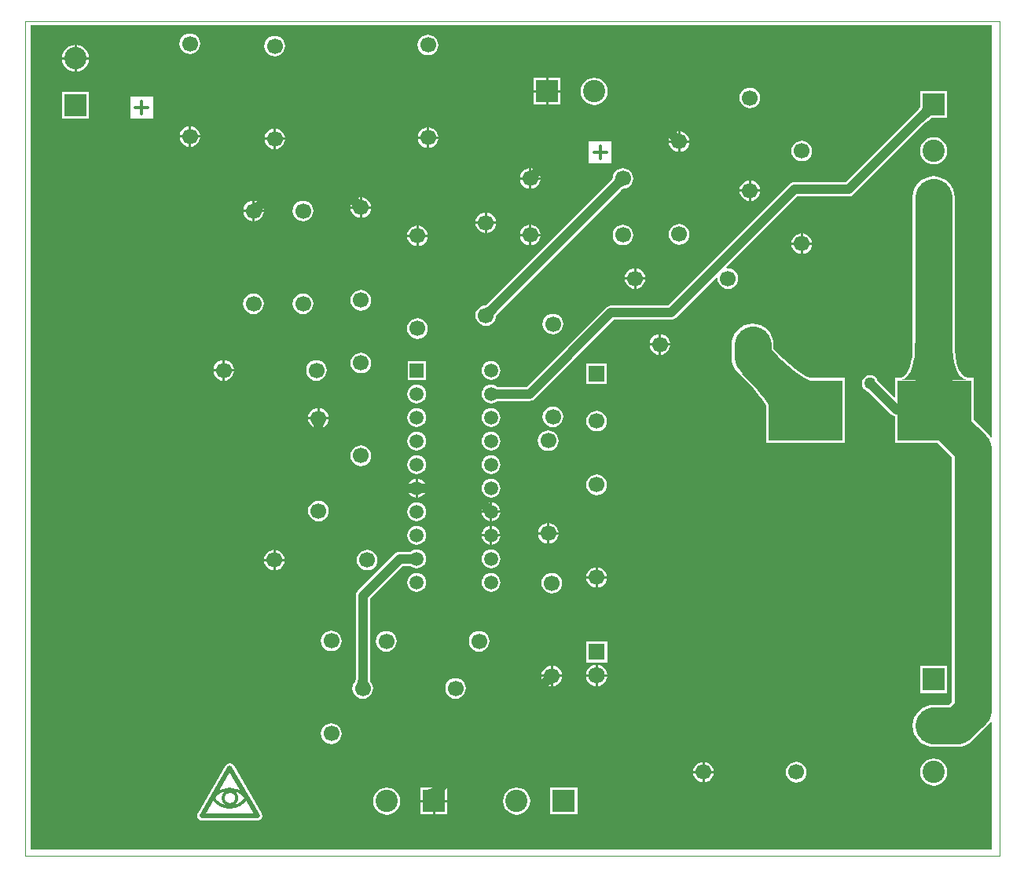
<source format=gtl>
G04 Layer_Physical_Order=1*
G04 Layer_Color=6759642*
%FSLAX44Y44*%
%MOMM*%
G71*
G01*
G75*
%ADD10C,0.3000*%
%ADD11R,8.0000X6.5000*%
%ADD12C,0.5000*%
%ADD13C,1.0000*%
%ADD14C,4.0000*%
%ADD15C,0.1000*%
%ADD16C,1.5000*%
%ADD17R,1.5000X1.5000*%
%ADD18R,2.4000X2.4000*%
%ADD19C,2.4000*%
%ADD20R,2.4000X2.4000*%
%ADD21C,1.7000*%
%ADD22R,1.7000X1.7000*%
%ADD23C,1.8000*%
%ADD24R,1.8000X1.8000*%
%ADD25C,1.2700*%
G36*
X966934Y465164D02*
X964125Y467223D01*
X958508Y470691D01*
X955700Y472099D01*
X952893Y473291D01*
X950085Y474266D01*
X947278Y475025D01*
X944472Y475567D01*
X941666Y475892D01*
X938860Y476000D01*
Y486000D01*
X941666Y486108D01*
X944472Y486433D01*
X947278Y486975D01*
X950085Y487734D01*
X952893Y488709D01*
X955700Y489901D01*
X958508Y491309D01*
X961316Y492935D01*
X964125Y494777D01*
X966934Y496836D01*
Y465164D01*
D02*
G37*
G36*
X1041400Y451483D02*
X1040168Y451174D01*
X1039912Y451653D01*
X1037095Y455085D01*
X1037095Y455085D01*
X1022630Y469551D01*
Y515100D01*
X1019437D01*
X1019421Y515105D01*
X1015924Y515473D01*
X1013117Y516464D01*
X1010640Y518115D01*
X1008424Y520501D01*
X1006468Y523703D01*
X1004809Y527760D01*
X1003484Y532680D01*
X1002521Y538457D01*
X1001937Y545077D01*
X1001799Y550310D01*
Y710000D01*
X1001364Y714419D01*
X1000075Y718667D01*
X997982Y722583D01*
X995165Y726015D01*
X991733Y728832D01*
X987817Y730925D01*
X983569Y732214D01*
X979150Y732649D01*
X974731Y732214D01*
X970483Y730925D01*
X966567Y728832D01*
X963135Y726015D01*
X960318Y722583D01*
X958225Y718667D01*
X956936Y714419D01*
X956501Y710000D01*
Y550193D01*
X956373Y545071D01*
X955816Y538441D01*
X954899Y532655D01*
X953635Y527723D01*
X952052Y523657D01*
X950189Y520452D01*
X948088Y518074D01*
X945758Y516442D01*
X943134Y515468D01*
X939836Y515104D01*
X939824Y515100D01*
X937550D01*
Y512626D01*
X937531Y512529D01*
X937550Y512433D01*
Y512286D01*
X937546Y512245D01*
X937550Y512233D01*
Y494725D01*
X936377Y494239D01*
X919286Y511330D01*
X919251Y511591D01*
X918355Y513753D01*
X916930Y515610D01*
X915073Y517035D01*
X912911Y517931D01*
X910590Y518237D01*
X908269Y517931D01*
X906107Y517035D01*
X904250Y515610D01*
X902825Y513753D01*
X901929Y511591D01*
X901623Y509270D01*
X901929Y506949D01*
X902825Y504787D01*
X904250Y502930D01*
X906107Y501505D01*
X908269Y500609D01*
X908530Y500574D01*
X933482Y475622D01*
X935058Y474414D01*
X936892Y473654D01*
X937550Y473567D01*
Y445020D01*
X983099D01*
X998431Y429688D01*
Y165592D01*
X995488Y162649D01*
X979150D01*
X974731Y162214D01*
X970483Y160925D01*
X966567Y158832D01*
X963135Y156015D01*
X960318Y152583D01*
X958225Y148667D01*
X956936Y144419D01*
X956501Y140000D01*
X956936Y135581D01*
X958225Y131333D01*
X960318Y127417D01*
X963135Y123985D01*
X966567Y121168D01*
X970483Y119075D01*
X974731Y117786D01*
X979150Y117351D01*
X1004870D01*
X1004870Y117351D01*
X1009289Y117786D01*
X1013537Y119075D01*
X1017453Y121168D01*
X1020885Y123985D01*
X1037095Y140195D01*
X1037095Y140195D01*
X1039912Y143627D01*
X1040168Y144106D01*
X1041400Y143797D01*
Y6350D01*
X6350D01*
Y895350D01*
X1041400D01*
Y451483D01*
D02*
G37*
G36*
X999350Y544930D02*
X999950Y538130D01*
X1000950Y532130D01*
X1002350Y526930D01*
X1004150Y522529D01*
X1006350Y518929D01*
X1008950Y516129D01*
X1011950Y514129D01*
X1015350Y512929D01*
X1019150Y512529D01*
X940120D01*
X943736Y512929D01*
X946971Y514129D01*
X949826Y516129D01*
X952299Y518929D01*
X954393Y522529D01*
X956105Y526930D01*
X957437Y532130D01*
X958389Y538130D01*
X958960Y544930D01*
X959150Y552529D01*
X999150D01*
X999350Y544930D01*
D02*
G37*
%LPC*%
G36*
X501010Y377145D02*
X495975Y372110D01*
X501010D01*
Y377145D01*
D02*
G37*
G36*
Y380799D02*
X499667Y380623D01*
X501010Y379415D01*
Y380799D01*
D02*
G37*
G36*
X503550D02*
Y372110D01*
X512239D01*
X512062Y373461D01*
X511050Y375903D01*
X509441Y378001D01*
X507343Y379610D01*
X504901Y380622D01*
X503550Y380799D01*
D02*
G37*
G36*
X495341Y378171D02*
X495119Y378001D01*
X494949Y377779D01*
X495341Y378171D01*
D02*
G37*
G36*
X421010Y394970D02*
X416924D01*
Y390990D01*
X416833Y391037D01*
X416656Y391080D01*
X416395Y391118D01*
X415618Y391177D01*
X413489Y391227D01*
X413510Y391177D01*
X415119Y389079D01*
X417217Y387470D01*
X419659Y386458D01*
X421010Y386281D01*
Y394970D01*
D02*
G37*
G36*
Y406199D02*
X419659Y406022D01*
X417217Y405010D01*
X415119Y403401D01*
X413515Y401310D01*
X416924Y401490D01*
Y397510D01*
X421010D01*
Y406199D01*
D02*
G37*
G36*
X423550D02*
Y397510D01*
X427636D01*
Y401490D01*
X427728Y401442D01*
X427904Y401400D01*
X428165Y401362D01*
X428942Y401302D01*
X431071Y401253D01*
X431050Y401303D01*
X429441Y403401D01*
X427343Y405010D01*
X424901Y406022D01*
X423550Y406199D01*
D02*
G37*
G36*
X502280Y406367D02*
X499659Y406022D01*
X497217Y405010D01*
X495119Y403401D01*
X493510Y401303D01*
X492498Y398861D01*
X492153Y396240D01*
X492498Y393619D01*
X493510Y391177D01*
X495119Y389079D01*
X497217Y387470D01*
X499659Y386458D01*
X502280Y386113D01*
X504901Y386458D01*
X507343Y387470D01*
X509441Y389079D01*
X511050Y391177D01*
X512062Y393619D01*
X512407Y396240D01*
X512062Y398861D01*
X511050Y401303D01*
X509441Y403401D01*
X507343Y405010D01*
X504901Y406022D01*
X502280Y406367D01*
D02*
G37*
G36*
X427636Y394970D02*
X423550D01*
Y386281D01*
X424901Y386458D01*
X427343Y387470D01*
X429441Y389079D01*
X431045Y391170D01*
X427636Y390990D01*
Y394970D01*
D02*
G37*
G36*
X615950Y411135D02*
X613068Y410756D01*
X610382Y409643D01*
X608076Y407874D01*
X606307Y405568D01*
X605194Y402882D01*
X604815Y400000D01*
X605194Y397118D01*
X606307Y394432D01*
X608076Y392126D01*
X610382Y390357D01*
X613068Y389244D01*
X615950Y388865D01*
X618832Y389244D01*
X621518Y390357D01*
X623824Y392126D01*
X625593Y394432D01*
X626706Y397118D01*
X627085Y400000D01*
X626706Y402882D01*
X625593Y405568D01*
X623824Y407874D01*
X621518Y409643D01*
X618832Y410756D01*
X615950Y411135D01*
D02*
G37*
G36*
X492519Y373511D02*
X492498Y373461D01*
X492321Y372110D01*
X493857D01*
X492519Y373511D01*
D02*
G37*
G36*
X501010Y355399D02*
X499659Y355222D01*
X497217Y354210D01*
X495119Y352601D01*
X493510Y350503D01*
X492498Y348061D01*
X492321Y346710D01*
X501010D01*
Y355399D01*
D02*
G37*
G36*
X503550D02*
Y346710D01*
X512239D01*
X512062Y348061D01*
X511050Y350503D01*
X509441Y352601D01*
X507343Y354210D01*
X504901Y355222D01*
X503550Y355399D01*
D02*
G37*
G36*
X574848Y346240D02*
X565150D01*
Y336542D01*
X566762Y336754D01*
X569448Y337867D01*
X571754Y339636D01*
X573523Y341942D01*
X574636Y344628D01*
X574848Y346240D01*
D02*
G37*
G36*
X512239Y344170D02*
X503550D01*
Y335481D01*
X504901Y335658D01*
X507343Y336670D01*
X509441Y338279D01*
X511050Y340377D01*
X512062Y342819D01*
X512239Y344170D01*
D02*
G37*
G36*
X562610Y346240D02*
X552912D01*
X553124Y344628D01*
X554237Y341942D01*
X556006Y339636D01*
X558312Y337867D01*
X560998Y336754D01*
X562610Y336542D01*
Y346240D01*
D02*
G37*
G36*
Y358478D02*
X560998Y358266D01*
X558312Y357153D01*
X556006Y355384D01*
X554237Y353078D01*
X553124Y350392D01*
X552912Y348780D01*
X562610D01*
Y358478D01*
D02*
G37*
G36*
X501010Y369570D02*
X492321D01*
X492498Y368219D01*
X493510Y365777D01*
X495119Y363679D01*
X497217Y362070D01*
X499659Y361058D01*
X501010Y360881D01*
Y369570D01*
D02*
G37*
G36*
X512239D02*
X503550D01*
Y360881D01*
X504901Y361058D01*
X507343Y362070D01*
X509441Y363679D01*
X511050Y365777D01*
X512062Y368219D01*
X512239Y369570D01*
D02*
G37*
G36*
X422280Y380967D02*
X419659Y380622D01*
X417217Y379610D01*
X415119Y378001D01*
X413510Y375903D01*
X412498Y373461D01*
X412153Y370840D01*
X412498Y368219D01*
X413510Y365777D01*
X415119Y363679D01*
X417217Y362070D01*
X419659Y361058D01*
X422280Y360713D01*
X424901Y361058D01*
X427343Y362070D01*
X429441Y363679D01*
X431050Y365777D01*
X432062Y368219D01*
X432407Y370840D01*
X432062Y373461D01*
X431050Y375903D01*
X429441Y378001D01*
X427343Y379610D01*
X424901Y380622D01*
X422280Y380967D01*
D02*
G37*
G36*
X565150Y358478D02*
Y348780D01*
X574848D01*
X574636Y350392D01*
X573523Y353078D01*
X571754Y355384D01*
X569448Y357153D01*
X566762Y358266D01*
X565150Y358478D01*
D02*
G37*
G36*
X316230Y382775D02*
X313348Y382396D01*
X310662Y381283D01*
X308356Y379514D01*
X306587Y377208D01*
X305474Y374522D01*
X305095Y371640D01*
X305474Y368758D01*
X306587Y366072D01*
X308356Y363766D01*
X310662Y361997D01*
X313348Y360884D01*
X316230Y360505D01*
X319112Y360884D01*
X321798Y361997D01*
X324104Y363766D01*
X325873Y366072D01*
X326986Y368758D01*
X327365Y371640D01*
X326986Y374522D01*
X325873Y377208D01*
X324104Y379514D01*
X321798Y381283D01*
X319112Y382396D01*
X316230Y382775D01*
D02*
G37*
G36*
X317500Y482608D02*
Y472910D01*
X327198D01*
X326986Y474522D01*
X325873Y477208D01*
X324104Y479514D01*
X321798Y481283D01*
X319112Y482396D01*
X317500Y482608D01*
D02*
G37*
G36*
X422280Y507967D02*
X419659Y507622D01*
X417217Y506610D01*
X415119Y505001D01*
X413510Y502903D01*
X412498Y500461D01*
X412153Y497840D01*
X412498Y495219D01*
X413510Y492777D01*
X415119Y490679D01*
X417217Y489070D01*
X419659Y488058D01*
X422280Y487713D01*
X424901Y488058D01*
X427343Y489070D01*
X429441Y490679D01*
X431050Y492777D01*
X432062Y495219D01*
X432407Y497840D01*
X432062Y500461D01*
X431050Y502903D01*
X429441Y505001D01*
X427343Y506610D01*
X424901Y507622D01*
X422280Y507967D01*
D02*
G37*
G36*
X314960Y482608D02*
X313348Y482396D01*
X310662Y481283D01*
X308356Y479514D01*
X306587Y477208D01*
X305474Y474522D01*
X305262Y472910D01*
X314960D01*
Y482608D01*
D02*
G37*
G36*
X422280Y482567D02*
X419659Y482222D01*
X417217Y481210D01*
X415119Y479601D01*
X413510Y477503D01*
X412498Y475061D01*
X412153Y472440D01*
X412498Y469819D01*
X413510Y467377D01*
X415119Y465279D01*
X417217Y463670D01*
X419659Y462658D01*
X422280Y462313D01*
X424901Y462658D01*
X427343Y463670D01*
X429441Y465279D01*
X431050Y467377D01*
X432062Y469819D01*
X432407Y472440D01*
X432062Y475061D01*
X431050Y477503D01*
X429441Y479601D01*
X427343Y481210D01*
X424901Y482222D01*
X422280Y482567D01*
D02*
G37*
G36*
X502280D02*
X499659Y482222D01*
X497217Y481210D01*
X495119Y479601D01*
X493510Y477503D01*
X492498Y475061D01*
X492153Y472440D01*
X492498Y469819D01*
X493510Y467377D01*
X495119Y465279D01*
X497217Y463670D01*
X499659Y462658D01*
X502280Y462313D01*
X504901Y462658D01*
X507343Y463670D01*
X509441Y465279D01*
X511050Y467377D01*
X512062Y469819D01*
X512407Y472440D01*
X512062Y475061D01*
X511050Y477503D01*
X509441Y479601D01*
X507343Y481210D01*
X504901Y482222D01*
X502280Y482567D01*
D02*
G37*
G36*
X626990Y530470D02*
X604910D01*
Y508390D01*
X626990D01*
Y530470D01*
D02*
G37*
G36*
X502280Y533367D02*
X499659Y533022D01*
X497217Y532010D01*
X495119Y530401D01*
X493510Y528303D01*
X492498Y525861D01*
X492153Y523240D01*
X492498Y520619D01*
X493510Y518177D01*
X495119Y516079D01*
X497217Y514470D01*
X499659Y513458D01*
X502280Y513113D01*
X504901Y513458D01*
X507343Y514470D01*
X509441Y516079D01*
X511050Y518177D01*
X512062Y520619D01*
X512407Y523240D01*
X512062Y525861D01*
X511050Y528303D01*
X509441Y530401D01*
X507343Y532010D01*
X504901Y533022D01*
X502280Y533367D01*
D02*
G37*
G36*
X432320Y533280D02*
X412240D01*
Y513200D01*
X432320D01*
Y533280D01*
D02*
G37*
G36*
X225128Y521970D02*
X215430D01*
Y512272D01*
X217042Y512484D01*
X219728Y513597D01*
X222034Y515366D01*
X223803Y517672D01*
X224916Y520358D01*
X225128Y521970D01*
D02*
G37*
G36*
X314160Y534375D02*
X311278Y533996D01*
X308592Y532883D01*
X306286Y531114D01*
X304517Y528808D01*
X303404Y526122D01*
X303025Y523240D01*
X303404Y520358D01*
X304517Y517672D01*
X306286Y515366D01*
X308592Y513597D01*
X311278Y512484D01*
X314160Y512105D01*
X317042Y512484D01*
X319728Y513597D01*
X322034Y515366D01*
X323803Y517672D01*
X324916Y520358D01*
X325295Y523240D01*
X324916Y526122D01*
X323803Y528808D01*
X322034Y531114D01*
X319728Y532883D01*
X317042Y533996D01*
X314160Y534375D01*
D02*
G37*
G36*
X212890Y521970D02*
X203192D01*
X203404Y520358D01*
X204517Y517672D01*
X206286Y515366D01*
X208592Y513597D01*
X211278Y512484D01*
X212890Y512272D01*
Y521970D01*
D02*
G37*
G36*
X563880Y458645D02*
X560998Y458266D01*
X558312Y457153D01*
X556006Y455384D01*
X554237Y453078D01*
X553124Y450392D01*
X552745Y447510D01*
X553124Y444628D01*
X554237Y441942D01*
X556006Y439636D01*
X558312Y437867D01*
X560998Y436754D01*
X563880Y436375D01*
X566762Y436754D01*
X569448Y437867D01*
X571754Y439636D01*
X573523Y441942D01*
X574636Y444628D01*
X575015Y447510D01*
X574636Y450392D01*
X573523Y453078D01*
X571754Y455384D01*
X569448Y457153D01*
X566762Y458266D01*
X563880Y458645D01*
D02*
G37*
G36*
X422280Y457167D02*
X419659Y456822D01*
X417217Y455810D01*
X415119Y454201D01*
X413510Y452103D01*
X412498Y449661D01*
X412153Y447040D01*
X412498Y444419D01*
X413510Y441977D01*
X415119Y439879D01*
X417217Y438270D01*
X419659Y437258D01*
X422280Y436913D01*
X424901Y437258D01*
X427343Y438270D01*
X429441Y439879D01*
X431050Y441977D01*
X432062Y444419D01*
X432407Y447040D01*
X432062Y449661D01*
X431050Y452103D01*
X429441Y454201D01*
X427343Y455810D01*
X424901Y456822D01*
X422280Y457167D01*
D02*
G37*
G36*
X361950Y442465D02*
X359068Y442086D01*
X356382Y440973D01*
X354076Y439204D01*
X352307Y436898D01*
X351194Y434212D01*
X350815Y431330D01*
X351194Y428448D01*
X352307Y425762D01*
X354076Y423456D01*
X356382Y421687D01*
X359068Y420574D01*
X361950Y420195D01*
X364832Y420574D01*
X367518Y421687D01*
X369824Y423456D01*
X371593Y425762D01*
X372706Y428448D01*
X373085Y431330D01*
X372706Y434212D01*
X371593Y436898D01*
X369824Y439204D01*
X367518Y440973D01*
X364832Y442086D01*
X361950Y442465D01*
D02*
G37*
G36*
X422280Y431767D02*
X419659Y431422D01*
X417217Y430410D01*
X415119Y428801D01*
X413510Y426703D01*
X412498Y424261D01*
X412153Y421640D01*
X412498Y419019D01*
X413510Y416577D01*
X415119Y414479D01*
X417217Y412870D01*
X419659Y411858D01*
X422280Y411513D01*
X424901Y411858D01*
X427343Y412870D01*
X429441Y414479D01*
X431050Y416577D01*
X432062Y419019D01*
X432407Y421640D01*
X432062Y424261D01*
X431050Y426703D01*
X429441Y428801D01*
X427343Y430410D01*
X424901Y431422D01*
X422280Y431767D01*
D02*
G37*
G36*
X502280D02*
X499659Y431422D01*
X497217Y430410D01*
X495119Y428801D01*
X493510Y426703D01*
X492498Y424261D01*
X492153Y421640D01*
X492498Y419019D01*
X493510Y416577D01*
X495119Y414479D01*
X497217Y412870D01*
X499659Y411858D01*
X502280Y411513D01*
X504901Y411858D01*
X507343Y412870D01*
X509441Y414479D01*
X511050Y416577D01*
X512062Y419019D01*
X512407Y421640D01*
X512062Y424261D01*
X511050Y426703D01*
X509441Y428801D01*
X507343Y430410D01*
X504901Y431422D01*
X502280Y431767D01*
D02*
G37*
G36*
Y457167D02*
X499659Y456822D01*
X497217Y455810D01*
X495119Y454201D01*
X493510Y452103D01*
X492498Y449661D01*
X492153Y447040D01*
X492498Y444419D01*
X493510Y441977D01*
X495119Y439879D01*
X497217Y438270D01*
X499659Y437258D01*
X502280Y436913D01*
X504901Y437258D01*
X507343Y438270D01*
X509441Y439879D01*
X511050Y441977D01*
X512062Y444419D01*
X512407Y447040D01*
X512062Y449661D01*
X511050Y452103D01*
X509441Y454201D01*
X507343Y455810D01*
X504901Y456822D01*
X502280Y457167D01*
D02*
G37*
G36*
X314960Y470370D02*
X305262D01*
X305474Y468758D01*
X306587Y466072D01*
X308356Y463766D01*
X310662Y461997D01*
X311131Y461802D01*
X310993Y463628D01*
X310888Y464178D01*
X310765Y464647D01*
X310622Y465036D01*
X310460Y465343D01*
X310280Y465570D01*
X314960D01*
Y470370D01*
D02*
G37*
G36*
X568960Y484375D02*
X566078Y483996D01*
X563392Y482883D01*
X561086Y481114D01*
X559317Y478808D01*
X558204Y476122D01*
X557825Y473240D01*
X558204Y470358D01*
X559317Y467672D01*
X561086Y465366D01*
X563392Y463597D01*
X566078Y462484D01*
X568960Y462105D01*
X571842Y462484D01*
X574528Y463597D01*
X576834Y465366D01*
X578603Y467672D01*
X579716Y470358D01*
X580095Y473240D01*
X579716Y476122D01*
X578603Y478808D01*
X576834Y481114D01*
X574528Y482883D01*
X571842Y483996D01*
X568960Y484375D01*
D02*
G37*
G36*
X327198Y470370D02*
X317500D01*
Y465570D01*
X322180D01*
X322000Y465343D01*
X321838Y465036D01*
X321696Y464647D01*
X321572Y464178D01*
X321468Y463628D01*
X321382Y462998D01*
X321290Y461786D01*
X321798Y461997D01*
X324104Y463766D01*
X325873Y466072D01*
X326986Y468758D01*
X327198Y470370D01*
D02*
G37*
G36*
X784060Y573829D02*
X779641Y573394D01*
X775393Y572105D01*
X771477Y570012D01*
X768045Y567195D01*
X765228Y563763D01*
X763135Y559847D01*
X761846Y555599D01*
X761411Y551180D01*
Y537090D01*
X761411Y537090D01*
X761846Y532671D01*
X763135Y528423D01*
X765228Y524507D01*
X768045Y521075D01*
X772390Y516729D01*
X784926Y503448D01*
X790276Y497074D01*
X794574Y491351D01*
X797800Y486320D01*
X798550Y484824D01*
Y470886D01*
X798534Y470777D01*
X798550Y470714D01*
Y445020D01*
X883630D01*
Y515100D01*
X857678D01*
X857574Y515114D01*
X857522Y515100D01*
X845438D01*
X845135Y515205D01*
X840742Y517439D01*
X835763Y520609D01*
X830253Y524701D01*
X817545Y535758D01*
X813325Y539856D01*
X806709Y546472D01*
Y551180D01*
X806274Y555599D01*
X804985Y559847D01*
X802892Y563763D01*
X800075Y567195D01*
X796643Y570012D01*
X792727Y572105D01*
X788479Y573394D01*
X784060Y573829D01*
D02*
G37*
G36*
X615950Y479765D02*
X613068Y479386D01*
X610382Y478273D01*
X608076Y476504D01*
X606307Y474198D01*
X605194Y471512D01*
X604815Y468630D01*
X605194Y465748D01*
X606307Y463062D01*
X608076Y460756D01*
X610382Y458987D01*
X613068Y457874D01*
X615950Y457495D01*
X618832Y457874D01*
X621518Y458987D01*
X623824Y460756D01*
X625593Y463062D01*
X626706Y465748D01*
X627085Y468630D01*
X626706Y471512D01*
X625593Y474198D01*
X623824Y476504D01*
X621518Y478273D01*
X618832Y479386D01*
X615950Y479765D01*
D02*
G37*
G36*
X464020Y191475D02*
X461138Y191096D01*
X458452Y189983D01*
X456146Y188214D01*
X454377Y185908D01*
X453264Y183222D01*
X452885Y180340D01*
X453264Y177458D01*
X454377Y174772D01*
X456146Y172466D01*
X458452Y170697D01*
X461138Y169584D01*
X464020Y169205D01*
X466902Y169584D01*
X469588Y170697D01*
X471894Y172466D01*
X473663Y174772D01*
X474776Y177458D01*
X475155Y180340D01*
X474776Y183222D01*
X473663Y185908D01*
X471894Y188214D01*
X469588Y189983D01*
X466902Y191096D01*
X464020Y191475D01*
D02*
G37*
G36*
X993690Y204540D02*
X964610D01*
Y175460D01*
X993690D01*
Y204540D01*
D02*
G37*
G36*
X330200Y142745D02*
X327318Y142366D01*
X324632Y141253D01*
X322326Y139484D01*
X320557Y137178D01*
X319444Y134492D01*
X319065Y131610D01*
X319444Y128728D01*
X320557Y126042D01*
X322326Y123736D01*
X324632Y121967D01*
X327318Y120854D01*
X330200Y120475D01*
X333082Y120854D01*
X335768Y121967D01*
X338074Y123736D01*
X339843Y126042D01*
X340956Y128728D01*
X341335Y131610D01*
X340956Y134492D01*
X339843Y137178D01*
X338074Y139484D01*
X335768Y141253D01*
X333082Y142366D01*
X330200Y142745D01*
D02*
G37*
G36*
X729780Y100968D02*
X728168Y100756D01*
X725482Y99643D01*
X723176Y97874D01*
X721407Y95568D01*
X720294Y92882D01*
X720082Y91270D01*
X729780D01*
Y100968D01*
D02*
G37*
G36*
X732320D02*
Y91270D01*
X742018D01*
X741806Y92882D01*
X740693Y95568D01*
X738924Y97874D01*
X736618Y99643D01*
X733932Y100756D01*
X732320Y100968D01*
D02*
G37*
G36*
X614680Y193040D02*
X604478D01*
X604707Y191297D01*
X605870Y188490D01*
X607720Y186080D01*
X610130Y184230D01*
X612938Y183067D01*
X614680Y182838D01*
Y193040D01*
D02*
G37*
G36*
X566420Y192570D02*
X560375D01*
X566420Y186525D01*
Y192570D01*
D02*
G37*
G36*
X558770D02*
X556722D01*
X556934Y190958D01*
X557128Y190490D01*
X558321Y191878D01*
X558636Y192341D01*
X558770Y192570D01*
D02*
G37*
G36*
X578658D02*
X568960D01*
Y182872D01*
X570572Y183084D01*
X573258Y184197D01*
X575564Y185966D01*
X577333Y188272D01*
X578446Y190958D01*
X578658Y192570D01*
D02*
G37*
G36*
X627422Y193040D02*
X617220D01*
Y182838D01*
X618963Y183067D01*
X621770Y184230D01*
X624180Y186080D01*
X626030Y188490D01*
X627193Y191297D01*
X627422Y193040D01*
D02*
G37*
G36*
X566420Y184920D02*
X566191Y184786D01*
X565728Y184471D01*
X565222Y184086D01*
X564301Y183294D01*
X564808Y183084D01*
X566420Y182872D01*
Y184920D01*
D02*
G37*
G36*
X742018Y88730D02*
X732320D01*
Y79032D01*
X733932Y79244D01*
X736618Y80357D01*
X738924Y82126D01*
X740693Y84432D01*
X741806Y87118D01*
X742018Y88730D01*
D02*
G37*
G36*
X439350Y57620D02*
X426080D01*
Y44350D01*
X439350D01*
Y57620D01*
D02*
G37*
G36*
X455160D02*
X441890D01*
Y44350D01*
X455160D01*
Y57620D01*
D02*
G37*
G36*
X529820Y73555D02*
X526024Y73056D01*
X522487Y71591D01*
X519450Y69260D01*
X517119Y66223D01*
X515654Y62686D01*
X515154Y58890D01*
X515654Y55094D01*
X517119Y51557D01*
X519450Y48520D01*
X522487Y46189D01*
X526024Y44724D01*
X529820Y44225D01*
X533616Y44724D01*
X537153Y46189D01*
X540190Y48520D01*
X542521Y51557D01*
X543986Y55094D01*
X544486Y58890D01*
X543986Y62686D01*
X542521Y66223D01*
X540190Y69260D01*
X537153Y71591D01*
X533616Y73056D01*
X529820Y73555D01*
D02*
G37*
G36*
X220045Y99573D02*
X219741Y99469D01*
X219421Y99449D01*
X218801Y99147D01*
X218148Y98923D01*
X217908Y98711D01*
X217619Y98570D01*
X217162Y98053D01*
X216645Y97597D01*
X216503Y97309D01*
X216290Y97068D01*
X186241Y45518D01*
X186127Y45187D01*
X185932Y44896D01*
X185803Y44248D01*
X185588Y43622D01*
X185609Y43273D01*
X185541Y42930D01*
X185670Y42281D01*
X185711Y41621D01*
X185864Y41307D01*
X185932Y40964D01*
X186300Y40413D01*
X186590Y39819D01*
X186852Y39587D01*
X187046Y39296D01*
X187596Y38929D01*
X188092Y38491D01*
X188423Y38377D01*
X188713Y38182D01*
X189362Y38053D01*
X189988Y37838D01*
X190337Y37859D01*
X190680Y37791D01*
X250680D01*
X251019Y37859D01*
X251365Y37837D01*
X251994Y38053D01*
X252647Y38182D01*
X252934Y38375D01*
X253261Y38487D01*
X253760Y38927D01*
X254314Y39296D01*
X254506Y39584D01*
X254765Y39813D01*
X255058Y40410D01*
X255427Y40964D01*
X255495Y41303D01*
X255647Y41614D01*
X255689Y42277D01*
X255819Y42930D01*
X255751Y43269D01*
X255773Y43615D01*
X255557Y44244D01*
X255427Y44896D01*
X255235Y45184D01*
X255123Y45511D01*
X225173Y97062D01*
X224961Y97303D01*
X224820Y97591D01*
X224303Y98048D01*
X223847Y98565D01*
X223559Y98707D01*
X223318Y98919D01*
X222666Y99144D01*
X222046Y99447D01*
X221726Y99467D01*
X221422Y99572D01*
X220734Y99530D01*
X220045Y99573D01*
D02*
G37*
G36*
X389820Y73555D02*
X386024Y73056D01*
X382487Y71591D01*
X379450Y69260D01*
X377119Y66223D01*
X375654Y62686D01*
X375154Y58890D01*
X375654Y55094D01*
X377119Y51557D01*
X379450Y48520D01*
X382487Y46189D01*
X386024Y44724D01*
X389820Y44225D01*
X393616Y44724D01*
X397153Y46189D01*
X400190Y48520D01*
X402521Y51557D01*
X403986Y55094D01*
X404486Y58890D01*
X403986Y62686D01*
X402521Y66223D01*
X400190Y69260D01*
X397153Y71591D01*
X393616Y73056D01*
X389820Y73555D01*
D02*
G37*
G36*
X595160Y73430D02*
X566080D01*
Y44350D01*
X595160D01*
Y73430D01*
D02*
G37*
G36*
X831050Y101135D02*
X828168Y100756D01*
X825482Y99643D01*
X823176Y97874D01*
X821407Y95568D01*
X820294Y92882D01*
X819915Y90000D01*
X820294Y87118D01*
X821407Y84432D01*
X823176Y82126D01*
X825482Y80357D01*
X828168Y79244D01*
X831050Y78865D01*
X833932Y79244D01*
X836618Y80357D01*
X838924Y82126D01*
X840693Y84432D01*
X841806Y87118D01*
X842185Y90000D01*
X841806Y92882D01*
X840693Y95568D01*
X838924Y97874D01*
X836618Y99643D01*
X833932Y100756D01*
X831050Y101135D01*
D02*
G37*
G36*
X729780Y88730D02*
X720082D01*
X720294Y87118D01*
X721407Y84432D01*
X723176Y82126D01*
X725482Y80357D01*
X728168Y79244D01*
X729780Y79032D01*
Y88730D01*
D02*
G37*
G36*
X979150Y104665D02*
X975354Y104166D01*
X971817Y102701D01*
X968780Y100370D01*
X966449Y97333D01*
X964984Y93796D01*
X964484Y90000D01*
X964984Y86204D01*
X966449Y82667D01*
X968780Y79630D01*
X971817Y77299D01*
X975354Y75834D01*
X979150Y75335D01*
X982946Y75834D01*
X986483Y77299D01*
X989520Y79630D01*
X991851Y82667D01*
X993316Y86204D01*
X993816Y90000D01*
X993316Y93796D01*
X991851Y97333D01*
X989520Y100370D01*
X986483Y102701D01*
X982946Y104166D01*
X979150Y104665D01*
D02*
G37*
G36*
X439104Y73430D02*
X426080D01*
Y60160D01*
X439350D01*
Y70841D01*
X430567Y70829D01*
X431978Y70902D01*
X433389Y71116D01*
X434801Y71472D01*
X436214Y71970D01*
X437628Y72609D01*
X439043Y73390D01*
X439104Y73430D01*
D02*
G37*
G36*
X455160D02*
X454720D01*
X452506Y70930D01*
X452589Y70859D01*
X441890Y70845D01*
Y60160D01*
X455160D01*
Y73430D01*
D02*
G37*
G36*
X566420Y204808D02*
X564808Y204596D01*
X562122Y203483D01*
X559816Y201714D01*
X558047Y199408D01*
X556934Y196722D01*
X556722Y195110D01*
X566420D01*
Y204808D01*
D02*
G37*
G36*
X267500Y317500D02*
X257802D01*
X258014Y315888D01*
X259127Y313202D01*
X260896Y310896D01*
X263202Y309127D01*
X265888Y308014D01*
X267500Y307802D01*
Y317500D01*
D02*
G37*
G36*
X279738D02*
X270040D01*
Y307802D01*
X271652Y308014D01*
X274338Y309127D01*
X276644Y310896D01*
X278413Y313202D01*
X279526Y315888D01*
X279738Y317500D01*
D02*
G37*
G36*
X368770Y329905D02*
X365888Y329526D01*
X363202Y328413D01*
X360896Y326644D01*
X359127Y324338D01*
X358014Y321652D01*
X357635Y318770D01*
X358014Y315888D01*
X359127Y313202D01*
X360896Y310896D01*
X363202Y309127D01*
X365888Y308014D01*
X368770Y307635D01*
X371652Y308014D01*
X374338Y309127D01*
X376644Y310896D01*
X378413Y313202D01*
X379526Y315888D01*
X379905Y318770D01*
X379526Y321652D01*
X378413Y324338D01*
X376644Y326644D01*
X374338Y328413D01*
X371652Y329526D01*
X368770Y329905D01*
D02*
G37*
G36*
X614680Y310968D02*
X613068Y310756D01*
X610382Y309643D01*
X608076Y307874D01*
X606307Y305568D01*
X605194Y302882D01*
X604982Y301270D01*
X614680D01*
Y310968D01*
D02*
G37*
G36*
X617220D02*
Y301270D01*
X626918D01*
X626706Y302882D01*
X625593Y305568D01*
X623824Y307874D01*
X621518Y309643D01*
X618832Y310756D01*
X617220Y310968D01*
D02*
G37*
G36*
X422280Y330167D02*
X419659Y329822D01*
X417217Y328810D01*
X415942Y327831D01*
X412412Y327645D01*
X403860D01*
X401892Y327386D01*
X400057Y326626D01*
X398482Y325418D01*
X358642Y285578D01*
X357434Y284002D01*
X356674Y282168D01*
X356415Y280200D01*
Y191605D01*
X356394Y190611D01*
X356291Y189255D01*
X356225Y188768D01*
X356151Y188374D01*
X356089Y188139D01*
X354377Y185908D01*
X353264Y183222D01*
X352885Y180340D01*
X353264Y177458D01*
X354377Y174772D01*
X356146Y172466D01*
X358452Y170697D01*
X361138Y169584D01*
X364020Y169205D01*
X366902Y169584D01*
X369588Y170697D01*
X371894Y172466D01*
X373663Y174772D01*
X374776Y177458D01*
X375155Y180340D01*
X374776Y183222D01*
X373663Y185908D01*
X371951Y188139D01*
X371889Y188374D01*
X371829Y188692D01*
X371625Y191381D01*
Y277050D01*
X407010Y312435D01*
X413564D01*
X415488Y312390D01*
X415787Y312367D01*
X417217Y311270D01*
X419659Y310258D01*
X422280Y309913D01*
X424901Y310258D01*
X427343Y311270D01*
X429441Y312879D01*
X431050Y314977D01*
X432062Y317419D01*
X432407Y320040D01*
X432062Y322661D01*
X431050Y325103D01*
X429441Y327201D01*
X427343Y328810D01*
X424901Y329822D01*
X422280Y330167D01*
D02*
G37*
G36*
Y355567D02*
X419659Y355222D01*
X417217Y354210D01*
X415119Y352601D01*
X413510Y350503D01*
X412498Y348061D01*
X412153Y345440D01*
X412498Y342819D01*
X413510Y340377D01*
X415119Y338279D01*
X417217Y336670D01*
X419659Y335658D01*
X422280Y335313D01*
X424901Y335658D01*
X427343Y336670D01*
X429441Y338279D01*
X431050Y340377D01*
X432062Y342819D01*
X432407Y345440D01*
X432062Y348061D01*
X431050Y350503D01*
X429441Y352601D01*
X427343Y354210D01*
X424901Y355222D01*
X422280Y355567D01*
D02*
G37*
G36*
X501010Y344170D02*
X492321D01*
X492498Y342819D01*
X493510Y340377D01*
X495119Y338279D01*
X497217Y336670D01*
X499659Y335658D01*
X501010Y335481D01*
Y344170D01*
D02*
G37*
G36*
X270040Y329738D02*
Y320040D01*
X279738D01*
X279526Y321652D01*
X278413Y324338D01*
X276644Y326644D01*
X274338Y328413D01*
X271652Y329526D01*
X270040Y329738D01*
D02*
G37*
G36*
X502280Y330167D02*
X499659Y329822D01*
X497217Y328810D01*
X495119Y327201D01*
X493510Y325103D01*
X492498Y322661D01*
X492153Y320040D01*
X492498Y317419D01*
X493510Y314977D01*
X495119Y312879D01*
X497217Y311270D01*
X499659Y310258D01*
X502280Y309913D01*
X504901Y310258D01*
X507343Y311270D01*
X509441Y312879D01*
X511050Y314977D01*
X512062Y317419D01*
X512407Y320040D01*
X512062Y322661D01*
X511050Y325103D01*
X509441Y327201D01*
X507343Y328810D01*
X504901Y329822D01*
X502280Y330167D01*
D02*
G37*
G36*
X267500Y329738D02*
X265888Y329526D01*
X263202Y328413D01*
X260896Y326644D01*
X259127Y324338D01*
X258014Y321652D01*
X257802Y320040D01*
X267500D01*
Y329738D01*
D02*
G37*
G36*
X626918Y298730D02*
X617220D01*
Y289032D01*
X618832Y289244D01*
X621518Y290357D01*
X623824Y292126D01*
X625593Y294432D01*
X626706Y297118D01*
X626918Y298730D01*
D02*
G37*
G36*
X627490Y231250D02*
X604410D01*
Y208170D01*
X627490D01*
Y231250D01*
D02*
G37*
G36*
X389420Y242275D02*
X386538Y241896D01*
X383852Y240783D01*
X381546Y239014D01*
X379777Y236708D01*
X378664Y234022D01*
X378285Y231140D01*
X378664Y228258D01*
X379777Y225572D01*
X381546Y223266D01*
X383852Y221497D01*
X386538Y220384D01*
X389420Y220005D01*
X392302Y220384D01*
X394988Y221497D01*
X397294Y223266D01*
X399063Y225572D01*
X400176Y228258D01*
X400555Y231140D01*
X400176Y234022D01*
X399063Y236708D01*
X397294Y239014D01*
X394988Y240783D01*
X392302Y241896D01*
X389420Y242275D01*
D02*
G37*
G36*
X617220Y205782D02*
Y195580D01*
X627422D01*
X627193Y197323D01*
X626030Y200130D01*
X624180Y202540D01*
X621770Y204390D01*
X618963Y205553D01*
X617220Y205782D01*
D02*
G37*
G36*
X568960Y204808D02*
Y195110D01*
X578658D01*
X578446Y196722D01*
X577333Y199408D01*
X575564Y201714D01*
X573258Y203483D01*
X570572Y204596D01*
X568960Y204808D01*
D02*
G37*
G36*
X614680Y205782D02*
X612938Y205553D01*
X610130Y204390D01*
X607720Y202540D01*
X605870Y200130D01*
X604707Y197323D01*
X604478Y195580D01*
X614680D01*
Y205782D01*
D02*
G37*
G36*
X489420Y242275D02*
X486538Y241896D01*
X483852Y240783D01*
X481546Y239014D01*
X479777Y236708D01*
X478664Y234022D01*
X478285Y231140D01*
X478664Y228258D01*
X479777Y225572D01*
X481546Y223266D01*
X483852Y221497D01*
X486538Y220384D01*
X489420Y220005D01*
X492302Y220384D01*
X494988Y221497D01*
X497294Y223266D01*
X499063Y225572D01*
X500176Y228258D01*
X500555Y231140D01*
X500176Y234022D01*
X499063Y236708D01*
X497294Y239014D01*
X494988Y240783D01*
X492302Y241896D01*
X489420Y242275D01*
D02*
G37*
G36*
X502280Y304767D02*
X499659Y304422D01*
X497217Y303410D01*
X495119Y301801D01*
X493510Y299703D01*
X492498Y297261D01*
X492153Y294640D01*
X492498Y292019D01*
X493510Y289577D01*
X495119Y287479D01*
X497217Y285870D01*
X499659Y284858D01*
X502280Y284513D01*
X504901Y284858D01*
X507343Y285870D01*
X509441Y287479D01*
X511050Y289577D01*
X512062Y292019D01*
X512407Y294640D01*
X512062Y297261D01*
X511050Y299703D01*
X509441Y301801D01*
X507343Y303410D01*
X504901Y304422D01*
X502280Y304767D01*
D02*
G37*
G36*
X614680Y298730D02*
X604982D01*
X605194Y297118D01*
X606307Y294432D01*
X608076Y292126D01*
X610382Y290357D01*
X613068Y289244D01*
X614680Y289032D01*
Y298730D01*
D02*
G37*
G36*
X422280Y304767D02*
X419659Y304422D01*
X417217Y303410D01*
X415119Y301801D01*
X413510Y299703D01*
X412498Y297261D01*
X412153Y294640D01*
X412498Y292019D01*
X413510Y289577D01*
X415119Y287479D01*
X417217Y285870D01*
X419659Y284858D01*
X422280Y284513D01*
X424901Y284858D01*
X427343Y285870D01*
X429441Y287479D01*
X431050Y289577D01*
X432062Y292019D01*
X432407Y294640D01*
X432062Y297261D01*
X431050Y299703D01*
X429441Y301801D01*
X427343Y303410D01*
X424901Y304422D01*
X422280Y304767D01*
D02*
G37*
G36*
X330200Y242745D02*
X327318Y242366D01*
X324632Y241253D01*
X322326Y239484D01*
X320557Y237178D01*
X319444Y234492D01*
X319065Y231610D01*
X319444Y228728D01*
X320557Y226042D01*
X322326Y223736D01*
X324632Y221967D01*
X327318Y220854D01*
X330200Y220475D01*
X333082Y220854D01*
X335768Y221967D01*
X338074Y223736D01*
X339843Y226042D01*
X340956Y228728D01*
X341335Y231610D01*
X340956Y234492D01*
X339843Y237178D01*
X338074Y239484D01*
X335768Y241253D01*
X333082Y242366D01*
X330200Y242745D01*
D02*
G37*
G36*
X567690Y304975D02*
X564808Y304596D01*
X562122Y303483D01*
X559816Y301714D01*
X558047Y299408D01*
X556934Y296722D01*
X556555Y293840D01*
X556934Y290958D01*
X558047Y288272D01*
X559816Y285966D01*
X562122Y284197D01*
X564808Y283084D01*
X567690Y282705D01*
X570572Y283084D01*
X573258Y284197D01*
X575564Y285966D01*
X577333Y288272D01*
X578446Y290958D01*
X578825Y293840D01*
X578446Y296722D01*
X577333Y299408D01*
X575564Y301714D01*
X573258Y303483D01*
X570572Y304596D01*
X567690Y304975D01*
D02*
G37*
G36*
X703580Y768820D02*
X693882D01*
X694094Y767208D01*
X695207Y764522D01*
X696976Y762216D01*
X699282Y760447D01*
X701968Y759334D01*
X703580Y759122D01*
Y768820D01*
D02*
G37*
G36*
X715818D02*
X706120D01*
Y759122D01*
X707732Y759334D01*
X710418Y760447D01*
X712724Y762216D01*
X714493Y764522D01*
X715606Y767208D01*
X715818Y768820D01*
D02*
G37*
G36*
X836930Y771065D02*
X834048Y770686D01*
X831362Y769573D01*
X829056Y767804D01*
X827287Y765498D01*
X826174Y762812D01*
X825795Y759930D01*
X826174Y757048D01*
X827287Y754362D01*
X829056Y752056D01*
X831362Y750287D01*
X834048Y749174D01*
X836930Y748795D01*
X839812Y749174D01*
X842498Y750287D01*
X844804Y752056D01*
X846573Y754362D01*
X847686Y757048D01*
X848065Y759930D01*
X847686Y762812D01*
X846573Y765498D01*
X844804Y767804D01*
X842498Y769573D01*
X839812Y770686D01*
X836930Y771065D01*
D02*
G37*
G36*
X979150Y774666D02*
X975354Y774166D01*
X971817Y772701D01*
X968780Y770370D01*
X966449Y767333D01*
X964984Y763796D01*
X964484Y760000D01*
X964984Y756204D01*
X966449Y752667D01*
X968780Y749630D01*
X971817Y747299D01*
X975354Y745834D01*
X979150Y745334D01*
X982946Y745834D01*
X986483Y747299D01*
X989520Y749630D01*
X991851Y752667D01*
X993316Y756204D01*
X993816Y760000D01*
X993316Y763796D01*
X991851Y767333D01*
X989520Y770370D01*
X986483Y772701D01*
X982946Y774166D01*
X979150Y774666D01*
D02*
G37*
G36*
X632128Y770709D02*
X607719D01*
Y746300D01*
X632128D01*
Y770709D01*
D02*
G37*
G36*
X267970Y771690D02*
X258272D01*
X258484Y770078D01*
X259597Y767392D01*
X261366Y765086D01*
X263672Y763317D01*
X266358Y762204D01*
X267970Y761992D01*
Y771690D01*
D02*
G37*
G36*
X176530Y774230D02*
X166832D01*
X167044Y772618D01*
X168157Y769932D01*
X169926Y767626D01*
X172232Y765857D01*
X174918Y764744D01*
X176530Y764532D01*
Y774230D01*
D02*
G37*
G36*
X188768D02*
X179070D01*
Y764532D01*
X180682Y764744D01*
X183368Y765857D01*
X185674Y767626D01*
X187443Y769932D01*
X188556Y772618D01*
X188768Y774230D01*
D02*
G37*
G36*
X445308Y772960D02*
X435610D01*
Y763262D01*
X437222Y763474D01*
X439908Y764587D01*
X442214Y766356D01*
X443983Y768662D01*
X445096Y771348D01*
X445308Y772960D01*
D02*
G37*
G36*
X280208Y771690D02*
X270510D01*
Y761992D01*
X272122Y762204D01*
X274808Y763317D01*
X277114Y765086D01*
X278883Y767392D01*
X279996Y770078D01*
X280208Y771690D01*
D02*
G37*
G36*
X433070Y772960D02*
X423372D01*
X423584Y771348D01*
X424697Y768662D01*
X426466Y766356D01*
X428772Y764587D01*
X431458Y763474D01*
X433070Y763262D01*
Y772960D01*
D02*
G37*
G36*
X545630Y741218D02*
Y731520D01*
X555328D01*
X555116Y733132D01*
X554003Y735818D01*
X552234Y738124D01*
X549928Y739893D01*
X547242Y741006D01*
X545630Y741218D01*
D02*
G37*
G36*
X779780Y715810D02*
X770082D01*
X770294Y714198D01*
X771407Y711512D01*
X773176Y709206D01*
X775482Y707437D01*
X778168Y706324D01*
X779780Y706112D01*
Y715810D01*
D02*
G37*
G36*
X792018D02*
X782320D01*
Y706112D01*
X783932Y706324D01*
X786618Y707437D01*
X788924Y709206D01*
X790693Y711512D01*
X791806Y714198D01*
X792018Y715810D01*
D02*
G37*
G36*
X247650Y706128D02*
Y704080D01*
X247879Y704214D01*
X248342Y704529D01*
X248848Y704914D01*
X249769Y705706D01*
X249262Y705916D01*
X247650Y706128D01*
D02*
G37*
G36*
X360680Y706285D02*
X354635Y700240D01*
X360680D01*
Y706285D01*
D02*
G37*
G36*
X363220Y709938D02*
Y700240D01*
X372918D01*
X372706Y701852D01*
X371593Y704538D01*
X369824Y706844D01*
X367518Y708613D01*
X364832Y709726D01*
X363220Y709938D01*
D02*
G37*
G36*
X360680D02*
X359068Y709726D01*
X358600Y709532D01*
X359988Y708339D01*
X360451Y708024D01*
X360680Y707890D01*
Y709938D01*
D02*
G37*
G36*
X555328Y728980D02*
X545630D01*
Y719282D01*
X547242Y719494D01*
X549928Y720607D01*
X552234Y722376D01*
X554003Y724682D01*
X555116Y727368D01*
X555328Y728980D01*
D02*
G37*
G36*
X543090Y741218D02*
X541478Y741006D01*
X538792Y739893D01*
X536486Y738124D01*
X534717Y735818D01*
X533604Y733132D01*
X533392Y731520D01*
X543090D01*
Y741218D01*
D02*
G37*
G36*
Y728980D02*
X533392D01*
X533604Y727368D01*
X534717Y724682D01*
X536486Y722376D01*
X538792Y720607D01*
X541478Y719494D01*
X543090Y719282D01*
Y728980D01*
D02*
G37*
G36*
X779780Y728048D02*
X778168Y727836D01*
X775482Y726723D01*
X773176Y724954D01*
X771407Y722648D01*
X770294Y719962D01*
X770082Y718350D01*
X779780D01*
Y728048D01*
D02*
G37*
G36*
X782320D02*
Y718350D01*
X792018D01*
X791806Y719962D01*
X790693Y722648D01*
X788924Y724954D01*
X786618Y726723D01*
X783932Y727836D01*
X782320Y728048D01*
D02*
G37*
G36*
X703580Y781058D02*
X701968Y780846D01*
X699282Y779733D01*
X696976Y777964D01*
X695207Y775658D01*
X694094Y772972D01*
X693882Y771360D01*
X703580D01*
Y781058D01*
D02*
G37*
G36*
X577150Y838770D02*
X563880D01*
Y825500D01*
X577150D01*
Y838770D01*
D02*
G37*
G36*
X53340Y858520D02*
X40112D01*
X40444Y855994D01*
X41909Y852457D01*
X44240Y849420D01*
X47277Y847089D01*
X50814Y845624D01*
X53340Y845292D01*
Y858520D01*
D02*
G37*
G36*
X561340Y838770D02*
X548070D01*
Y825500D01*
X561340D01*
Y838770D01*
D02*
G37*
G36*
Y822960D02*
X548070D01*
Y809690D01*
X561340D01*
Y822960D01*
D02*
G37*
G36*
X577150D02*
X563880D01*
Y809690D01*
X577150D01*
Y822960D01*
D02*
G37*
G36*
X69108Y858520D02*
X55880D01*
Y845292D01*
X58406Y845624D01*
X61943Y847089D01*
X64980Y849420D01*
X67311Y852457D01*
X68776Y855994D01*
X69108Y858520D01*
D02*
G37*
G36*
X434340Y885365D02*
X431458Y884986D01*
X428772Y883873D01*
X426466Y882104D01*
X424697Y879798D01*
X423584Y877112D01*
X423205Y874230D01*
X423584Y871348D01*
X424697Y868662D01*
X426466Y866356D01*
X428772Y864587D01*
X431458Y863474D01*
X434340Y863095D01*
X437222Y863474D01*
X439908Y864587D01*
X442214Y866356D01*
X443983Y868662D01*
X445096Y871348D01*
X445475Y874230D01*
X445096Y877112D01*
X443983Y879798D01*
X442214Y882104D01*
X439908Y883873D01*
X437222Y884986D01*
X434340Y885365D01*
D02*
G37*
G36*
X177800Y886635D02*
X174918Y886256D01*
X172232Y885143D01*
X169926Y883374D01*
X168157Y881068D01*
X167044Y878382D01*
X166665Y875500D01*
X167044Y872618D01*
X168157Y869932D01*
X169926Y867626D01*
X172232Y865857D01*
X174918Y864744D01*
X177800Y864365D01*
X180682Y864744D01*
X183368Y865857D01*
X185674Y867626D01*
X187443Y869932D01*
X188556Y872618D01*
X188935Y875500D01*
X188556Y878382D01*
X187443Y881068D01*
X185674Y883374D01*
X183368Y885143D01*
X180682Y886256D01*
X177800Y886635D01*
D02*
G37*
G36*
X269240Y884095D02*
X266358Y883716D01*
X263672Y882603D01*
X261366Y880834D01*
X259597Y878528D01*
X258484Y875842D01*
X258105Y872960D01*
X258484Y870078D01*
X259597Y867392D01*
X261366Y865086D01*
X263672Y863317D01*
X266358Y862204D01*
X269240Y861825D01*
X272122Y862204D01*
X274808Y863317D01*
X277114Y865086D01*
X278883Y867392D01*
X279996Y870078D01*
X280375Y872960D01*
X279996Y875842D01*
X278883Y878528D01*
X277114Y880834D01*
X274808Y882603D01*
X272122Y883716D01*
X269240Y884095D01*
D02*
G37*
G36*
X53340Y874288D02*
X50814Y873956D01*
X47277Y872491D01*
X44240Y870160D01*
X41909Y867123D01*
X40444Y863586D01*
X40112Y861060D01*
X53340D01*
Y874288D01*
D02*
G37*
G36*
X55880D02*
Y861060D01*
X69108D01*
X68776Y863586D01*
X67311Y867123D01*
X64980Y870160D01*
X61943Y872491D01*
X58406Y873956D01*
X55880Y874288D01*
D02*
G37*
G36*
X613410Y838895D02*
X609614Y838396D01*
X606077Y836931D01*
X603040Y834600D01*
X600709Y831563D01*
X599244Y828026D01*
X598745Y824230D01*
X599244Y820434D01*
X600709Y816897D01*
X603040Y813860D01*
X606077Y811529D01*
X609614Y810064D01*
X613410Y809565D01*
X617206Y810064D01*
X620743Y811529D01*
X623780Y813860D01*
X626111Y816897D01*
X627576Y820434D01*
X628075Y824230D01*
X627576Y828026D01*
X626111Y831563D01*
X623780Y834600D01*
X620743Y836931D01*
X617206Y838396D01*
X613410Y838895D01*
D02*
G37*
G36*
X433070Y785198D02*
X431458Y784986D01*
X428772Y783873D01*
X426466Y782104D01*
X424697Y779798D01*
X423584Y777112D01*
X423372Y775500D01*
X433070D01*
Y785198D01*
D02*
G37*
G36*
X435610D02*
Y775500D01*
X445308D01*
X445096Y777112D01*
X443983Y779798D01*
X442214Y782104D01*
X439908Y783873D01*
X437222Y784986D01*
X435610Y785198D01*
D02*
G37*
G36*
X270510Y783928D02*
Y774230D01*
X280208D01*
X279996Y775842D01*
X278883Y778528D01*
X277114Y780834D01*
X274808Y782603D01*
X272122Y783716D01*
X270510Y783928D01*
D02*
G37*
G36*
X706120Y781058D02*
Y771360D01*
X715818D01*
X715606Y772972D01*
X714493Y775658D01*
X712724Y777964D01*
X710418Y779733D01*
X707732Y780846D01*
X706120Y781058D01*
D02*
G37*
G36*
X267970Y783928D02*
X266358Y783716D01*
X263672Y782603D01*
X261366Y780834D01*
X259597Y778528D01*
X258484Y775842D01*
X258272Y774230D01*
X267970D01*
Y783928D01*
D02*
G37*
G36*
X176530Y786468D02*
X174918Y786256D01*
X172232Y785143D01*
X169926Y783374D01*
X168157Y781068D01*
X167044Y778382D01*
X166832Y776770D01*
X176530D01*
Y786468D01*
D02*
G37*
G36*
X993690Y824540D02*
X964610D01*
Y812270D01*
X964591Y812173D01*
X964610Y812076D01*
Y807591D01*
X964140Y806769D01*
X963144Y805337D01*
X960167Y801819D01*
X958867Y800472D01*
X884580Y726185D01*
X829070D01*
X827102Y725926D01*
X826027Y725481D01*
X825267Y725166D01*
X823692Y723958D01*
X692810Y593075D01*
X631190D01*
X629222Y592816D01*
X627388Y592056D01*
X625812Y590848D01*
X540410Y505445D01*
X510996D01*
X509072Y505490D01*
X508773Y505513D01*
X507343Y506610D01*
X504901Y507622D01*
X502280Y507967D01*
X499659Y507622D01*
X497217Y506610D01*
X495119Y505001D01*
X493510Y502903D01*
X492498Y500461D01*
X492153Y497840D01*
X492498Y495219D01*
X493510Y492777D01*
X495119Y490679D01*
X497217Y489070D01*
X499659Y488058D01*
X502280Y487713D01*
X504901Y488058D01*
X507343Y489070D01*
X508619Y490048D01*
X512148Y490235D01*
X543560D01*
X545528Y490494D01*
X547363Y491254D01*
X548938Y492462D01*
X634340Y577865D01*
X695960D01*
X697928Y578124D01*
X699762Y578884D01*
X701338Y580092D01*
X745190Y623945D01*
X746393Y623352D01*
X746255Y622300D01*
X746634Y619418D01*
X747747Y616732D01*
X749516Y614426D01*
X751822Y612657D01*
X754508Y611544D01*
X757390Y611165D01*
X760272Y611544D01*
X762958Y612657D01*
X765264Y614426D01*
X767033Y616732D01*
X768146Y619418D01*
X768525Y622300D01*
X768146Y625182D01*
X767033Y627868D01*
X765264Y630174D01*
X762958Y631943D01*
X760272Y633056D01*
X757390Y633435D01*
X756338Y633297D01*
X755745Y634500D01*
X832220Y710975D01*
X887730D01*
X889698Y711234D01*
X891533Y711994D01*
X893108Y713202D01*
X969280Y789375D01*
X972833Y792674D01*
X974458Y793974D01*
X975919Y794990D01*
X976741Y795460D01*
X981226D01*
X981323Y795441D01*
X981420Y795460D01*
X993690D01*
Y824540D01*
D02*
G37*
G36*
X781050Y828215D02*
X778168Y827836D01*
X775482Y826723D01*
X773176Y824954D01*
X771407Y822648D01*
X770294Y819962D01*
X769915Y817080D01*
X770294Y814198D01*
X771407Y811512D01*
X773176Y809206D01*
X775482Y807437D01*
X778168Y806324D01*
X781050Y805945D01*
X783932Y806324D01*
X786618Y807437D01*
X788924Y809206D01*
X790693Y811512D01*
X791806Y814198D01*
X792185Y817080D01*
X791806Y819962D01*
X790693Y822648D01*
X788924Y824954D01*
X786618Y826723D01*
X783932Y827836D01*
X781050Y828215D01*
D02*
G37*
G36*
X138098Y818969D02*
X113689D01*
Y794560D01*
X138098D01*
Y818969D01*
D02*
G37*
G36*
X179070Y786468D02*
Y776770D01*
X188768D01*
X188556Y778382D01*
X187443Y781068D01*
X185674Y783374D01*
X183368Y785143D01*
X180682Y786256D01*
X179070Y786468D01*
D02*
G37*
G36*
X69150Y823530D02*
X40070D01*
Y794450D01*
X69150D01*
Y823530D01*
D02*
G37*
G36*
X656120Y633268D02*
X654508Y633056D01*
X651822Y631943D01*
X649516Y630174D01*
X647747Y627868D01*
X646634Y625182D01*
X646422Y623570D01*
X656120D01*
Y633268D01*
D02*
G37*
G36*
X658660D02*
Y623570D01*
X668358D01*
X668146Y625182D01*
X667033Y627868D01*
X665264Y630174D01*
X662958Y631943D01*
X660272Y633056D01*
X658660Y633268D01*
D02*
G37*
G36*
X668358Y621030D02*
X658660D01*
Y611332D01*
X660272Y611544D01*
X662958Y612657D01*
X665264Y614426D01*
X667033Y616732D01*
X668146Y619418D01*
X668358Y621030D01*
D02*
G37*
G36*
X361950Y610105D02*
X359068Y609726D01*
X356382Y608613D01*
X354076Y606844D01*
X352307Y604538D01*
X351194Y601852D01*
X350815Y598970D01*
X351194Y596088D01*
X352307Y593402D01*
X354076Y591096D01*
X356382Y589327D01*
X359068Y588214D01*
X361950Y587835D01*
X364832Y588214D01*
X367518Y589327D01*
X369824Y591096D01*
X371593Y593402D01*
X372706Y596088D01*
X373085Y598970D01*
X372706Y601852D01*
X371593Y604538D01*
X369824Y606844D01*
X367518Y608613D01*
X364832Y609726D01*
X361950Y610105D01*
D02*
G37*
G36*
X656120Y621030D02*
X646422D01*
X646634Y619418D01*
X647747Y616732D01*
X649516Y614426D01*
X651822Y612657D01*
X654508Y611544D01*
X656120Y611332D01*
Y621030D01*
D02*
G37*
G36*
X835660Y658660D02*
X825962D01*
X826174Y657048D01*
X827287Y654362D01*
X829056Y652056D01*
X831362Y650287D01*
X834048Y649174D01*
X835660Y648962D01*
Y658660D01*
D02*
G37*
G36*
X644360Y680425D02*
X641478Y680046D01*
X638792Y678933D01*
X636486Y677164D01*
X634717Y674858D01*
X633604Y672172D01*
X633225Y669290D01*
X633604Y666408D01*
X634717Y663722D01*
X636486Y661416D01*
X638792Y659647D01*
X641478Y658534D01*
X644360Y658155D01*
X647242Y658534D01*
X649928Y659647D01*
X652234Y661416D01*
X654003Y663722D01*
X655116Y666408D01*
X655495Y669290D01*
X655116Y672172D01*
X654003Y674858D01*
X652234Y677164D01*
X649928Y678933D01*
X647242Y680046D01*
X644360Y680425D01*
D02*
G37*
G36*
X543090Y668020D02*
X533392D01*
X533604Y666408D01*
X534717Y663722D01*
X536486Y661416D01*
X538792Y659647D01*
X541478Y658534D01*
X543090Y658322D01*
Y668020D01*
D02*
G37*
G36*
X433878Y667220D02*
X424180D01*
Y657522D01*
X425792Y657734D01*
X428478Y658847D01*
X430784Y660616D01*
X432553Y662922D01*
X433666Y665608D01*
X433878Y667220D01*
D02*
G37*
G36*
X847898Y658660D02*
X838200D01*
Y648962D01*
X839812Y649174D01*
X842498Y650287D01*
X844804Y652056D01*
X846573Y654362D01*
X847686Y657048D01*
X847898Y658660D01*
D02*
G37*
G36*
X421640Y667220D02*
X411942D01*
X412154Y665608D01*
X413267Y662922D01*
X415036Y660616D01*
X417342Y658847D01*
X420028Y657734D01*
X421640Y657522D01*
Y667220D01*
D02*
G37*
G36*
X299720Y606295D02*
X296838Y605916D01*
X294152Y604803D01*
X291846Y603034D01*
X290077Y600728D01*
X288964Y598042D01*
X288585Y595160D01*
X288964Y592278D01*
X290077Y589592D01*
X291846Y587286D01*
X294152Y585517D01*
X296838Y584404D01*
X299720Y584025D01*
X302602Y584404D01*
X305288Y585517D01*
X307594Y587286D01*
X309363Y589592D01*
X310476Y592278D01*
X310855Y595160D01*
X310476Y598042D01*
X309363Y600728D01*
X307594Y603034D01*
X305288Y604803D01*
X302602Y605916D01*
X299720Y606295D01*
D02*
G37*
G36*
X682790Y549910D02*
X673092D01*
X673304Y548298D01*
X674417Y545612D01*
X676186Y543306D01*
X678492Y541537D01*
X681178Y540424D01*
X682790Y540212D01*
Y549910D01*
D02*
G37*
G36*
X695028D02*
X685330D01*
Y540212D01*
X686942Y540424D01*
X689628Y541537D01*
X691934Y543306D01*
X693703Y545612D01*
X694816Y548298D01*
X695028Y549910D01*
D02*
G37*
G36*
X215430Y534208D02*
Y524510D01*
X225128D01*
X224916Y526122D01*
X223803Y528808D01*
X222034Y531114D01*
X219728Y532883D01*
X217042Y533996D01*
X215430Y534208D01*
D02*
G37*
G36*
X361950Y542465D02*
X359068Y542086D01*
X356382Y540973D01*
X354076Y539204D01*
X352307Y536898D01*
X351194Y534212D01*
X350815Y531330D01*
X351194Y528448D01*
X352307Y525762D01*
X354076Y523456D01*
X356382Y521687D01*
X359068Y520574D01*
X361950Y520195D01*
X364832Y520574D01*
X367518Y521687D01*
X369824Y523456D01*
X371593Y525762D01*
X372706Y528448D01*
X373085Y531330D01*
X372706Y534212D01*
X371593Y536898D01*
X369824Y539204D01*
X367518Y540973D01*
X364832Y542086D01*
X361950Y542465D01*
D02*
G37*
G36*
X212890Y534208D02*
X211278Y533996D01*
X208592Y532883D01*
X206286Y531114D01*
X204517Y528808D01*
X203404Y526122D01*
X203192Y524510D01*
X212890D01*
Y534208D01*
D02*
G37*
G36*
X682790Y562148D02*
X681178Y561936D01*
X678492Y560823D01*
X676186Y559054D01*
X674417Y556748D01*
X673304Y554062D01*
X673092Y552450D01*
X682790D01*
Y562148D01*
D02*
G37*
G36*
X644360Y741385D02*
X641478Y741006D01*
X638792Y739893D01*
X636486Y738124D01*
X634717Y735818D01*
X633604Y733132D01*
X633237Y730343D01*
X633115Y730134D01*
X632932Y729866D01*
X631175Y727820D01*
X499158Y595803D01*
X498441Y595115D01*
X497409Y594229D01*
X497018Y593931D01*
X496686Y593705D01*
X496477Y593583D01*
X493688Y593216D01*
X491002Y592103D01*
X488696Y590334D01*
X486927Y588028D01*
X485814Y585342D01*
X485435Y582460D01*
X485814Y579578D01*
X486927Y576892D01*
X488696Y574586D01*
X491002Y572817D01*
X493688Y571704D01*
X496570Y571325D01*
X499452Y571704D01*
X502138Y572817D01*
X504444Y574586D01*
X506213Y576892D01*
X507326Y579578D01*
X507693Y582367D01*
X507815Y582576D01*
X507998Y582844D01*
X509755Y584890D01*
X641772Y716907D01*
X642489Y717595D01*
X643521Y718482D01*
X643912Y718779D01*
X644244Y719005D01*
X644453Y719127D01*
X647242Y719494D01*
X649928Y720607D01*
X652234Y722376D01*
X654003Y724682D01*
X655116Y727368D01*
X655495Y730250D01*
X655116Y733132D01*
X654003Y735818D01*
X652234Y738124D01*
X649928Y739893D01*
X647242Y741006D01*
X644360Y741385D01*
D02*
G37*
G36*
X246380Y606295D02*
X243498Y605916D01*
X240812Y604803D01*
X238506Y603034D01*
X236737Y600728D01*
X235624Y598042D01*
X235245Y595160D01*
X235624Y592278D01*
X236737Y589592D01*
X238506Y587286D01*
X240812Y585517D01*
X243498Y584404D01*
X246380Y584025D01*
X249262Y584404D01*
X251948Y585517D01*
X254254Y587286D01*
X256023Y589592D01*
X257136Y592278D01*
X257515Y595160D01*
X257136Y598042D01*
X256023Y600728D01*
X254254Y603034D01*
X251948Y604803D01*
X249262Y605916D01*
X246380Y606295D01*
D02*
G37*
G36*
X568960Y584375D02*
X566078Y583996D01*
X563392Y582883D01*
X561086Y581114D01*
X559317Y578808D01*
X558204Y576122D01*
X557825Y573240D01*
X558204Y570358D01*
X559317Y567672D01*
X561086Y565366D01*
X563392Y563597D01*
X566078Y562484D01*
X568960Y562105D01*
X571842Y562484D01*
X574528Y563597D01*
X576834Y565366D01*
X578603Y567672D01*
X579716Y570358D01*
X580095Y573240D01*
X579716Y576122D01*
X578603Y578808D01*
X576834Y581114D01*
X574528Y582883D01*
X571842Y583996D01*
X568960Y584375D01*
D02*
G37*
G36*
X685330Y562148D02*
Y552450D01*
X695028D01*
X694816Y554062D01*
X693703Y556748D01*
X691934Y559054D01*
X689628Y560823D01*
X686942Y561936D01*
X685330Y562148D01*
D02*
G37*
G36*
X422910Y579625D02*
X420028Y579246D01*
X417342Y578133D01*
X415036Y576364D01*
X413267Y574058D01*
X412154Y571372D01*
X411775Y568490D01*
X412154Y565608D01*
X413267Y562922D01*
X415036Y560616D01*
X417342Y558847D01*
X420028Y557734D01*
X422910Y557355D01*
X425792Y557734D01*
X428478Y558847D01*
X430784Y560616D01*
X432553Y562922D01*
X433666Y565608D01*
X434045Y568490D01*
X433666Y571372D01*
X432553Y574058D01*
X430784Y576364D01*
X428478Y578133D01*
X425792Y579246D01*
X422910Y579625D01*
D02*
G37*
G36*
X245110Y693890D02*
X235412D01*
X235624Y692278D01*
X236737Y689592D01*
X238506Y687286D01*
X240812Y685517D01*
X243498Y684404D01*
X245110Y684192D01*
Y693890D01*
D02*
G37*
G36*
X257348D02*
X247650D01*
Y684192D01*
X249262Y684404D01*
X251948Y685517D01*
X254254Y687286D01*
X256023Y689592D01*
X257136Y692278D01*
X257348Y693890D01*
D02*
G37*
G36*
X299720Y706295D02*
X296838Y705916D01*
X294152Y704803D01*
X291846Y703034D01*
X290077Y700728D01*
X288964Y698042D01*
X288585Y695160D01*
X288964Y692278D01*
X290077Y689592D01*
X291846Y687286D01*
X294152Y685517D01*
X296838Y684404D01*
X299720Y684025D01*
X302602Y684404D01*
X305288Y685517D01*
X307594Y687286D01*
X309363Y689592D01*
X310476Y692278D01*
X310855Y695160D01*
X310476Y698042D01*
X309363Y700728D01*
X307594Y703034D01*
X305288Y704803D01*
X302602Y705916D01*
X299720Y706295D01*
D02*
G37*
G36*
X495300Y693428D02*
X493688Y693216D01*
X491002Y692103D01*
X488696Y690334D01*
X486927Y688028D01*
X485814Y685342D01*
X485602Y683730D01*
X495300D01*
Y693428D01*
D02*
G37*
G36*
X497840D02*
Y683730D01*
X507538D01*
X507326Y685342D01*
X506213Y688028D01*
X504444Y690334D01*
X502138Y692103D01*
X499452Y693216D01*
X497840Y693428D01*
D02*
G37*
G36*
X360680Y697700D02*
X350982D01*
X351194Y696088D01*
X352307Y693402D01*
X354076Y691096D01*
X356382Y689327D01*
X359068Y688214D01*
X360680Y688002D01*
Y697700D01*
D02*
G37*
G36*
X256942Y698511D02*
X255749Y697122D01*
X255434Y696659D01*
X255300Y696430D01*
X257348D01*
X257136Y698042D01*
X256942Y698511D01*
D02*
G37*
G36*
X351404Y702359D02*
X351194Y701852D01*
X350982Y700240D01*
X353030D01*
X352896Y700469D01*
X352581Y700932D01*
X352196Y701438D01*
X351404Y702359D01*
D02*
G37*
G36*
X247650Y702475D02*
Y696430D01*
X253695D01*
X247650Y702475D01*
D02*
G37*
G36*
X372918Y697700D02*
X363220D01*
Y688002D01*
X364832Y688214D01*
X367518Y689327D01*
X369824Y691096D01*
X371593Y693402D01*
X372706Y696088D01*
X372918Y697700D01*
D02*
G37*
G36*
X245110Y706128D02*
X243498Y705916D01*
X240812Y704803D01*
X238506Y703034D01*
X236737Y700728D01*
X235624Y698042D01*
X235412Y696430D01*
X245110D01*
Y706128D01*
D02*
G37*
G36*
X543090Y680258D02*
X541478Y680046D01*
X538792Y678933D01*
X536486Y677164D01*
X534717Y674858D01*
X533604Y672172D01*
X533392Y670560D01*
X543090D01*
Y680258D01*
D02*
G37*
G36*
X835660Y670898D02*
X834048Y670686D01*
X831362Y669573D01*
X829056Y667804D01*
X827287Y665498D01*
X826174Y662812D01*
X825962Y661200D01*
X835660D01*
Y670898D01*
D02*
G37*
G36*
X838200D02*
Y661200D01*
X847898D01*
X847686Y662812D01*
X846573Y665498D01*
X844804Y667804D01*
X842498Y669573D01*
X839812Y670686D01*
X838200Y670898D01*
D02*
G37*
G36*
X424180Y679458D02*
Y669760D01*
X433878D01*
X433666Y671372D01*
X432553Y674058D01*
X430784Y676364D01*
X428478Y678133D01*
X425792Y679246D01*
X424180Y679458D01*
D02*
G37*
G36*
X421640D02*
X420028Y679246D01*
X417342Y678133D01*
X415036Y676364D01*
X413267Y674058D01*
X412154Y671372D01*
X411942Y669760D01*
X421640D01*
Y679458D01*
D02*
G37*
G36*
X495300Y681190D02*
X485602D01*
X485814Y679578D01*
X486927Y676892D01*
X488696Y674586D01*
X491002Y672817D01*
X493688Y671704D01*
X495300Y671492D01*
Y681190D01*
D02*
G37*
G36*
X507538D02*
X497840D01*
Y671492D01*
X499452Y671704D01*
X502138Y672817D01*
X504444Y674586D01*
X506213Y676892D01*
X507326Y679578D01*
X507538Y681190D01*
D02*
G37*
G36*
X545630Y680258D02*
Y670560D01*
X555328D01*
X555116Y672172D01*
X554003Y674858D01*
X552234Y677164D01*
X549928Y678933D01*
X547242Y680046D01*
X545630Y680258D01*
D02*
G37*
G36*
X704850Y681225D02*
X701968Y680846D01*
X699282Y679733D01*
X696976Y677964D01*
X695207Y675658D01*
X694094Y672972D01*
X693715Y670090D01*
X694094Y667208D01*
X695207Y664522D01*
X696976Y662216D01*
X699282Y660447D01*
X701968Y659334D01*
X704850Y658955D01*
X707732Y659334D01*
X710418Y660447D01*
X712724Y662216D01*
X714493Y664522D01*
X715606Y667208D01*
X715985Y670090D01*
X715606Y672972D01*
X714493Y675658D01*
X712724Y677964D01*
X710418Y679733D01*
X707732Y680846D01*
X704850Y681225D01*
D02*
G37*
G36*
X555328Y668020D02*
X545630D01*
Y658322D01*
X547242Y658534D01*
X549928Y659647D01*
X552234Y661416D01*
X554003Y663722D01*
X555116Y666408D01*
X555328Y668020D01*
D02*
G37*
%LPD*%
G36*
X815792Y533851D02*
X828628Y522681D01*
X834294Y518475D01*
X839457Y515187D01*
X844118Y512818D01*
X848277Y511367D01*
X851934Y510836D01*
X855089Y511223D01*
X857741Y512529D01*
X801121Y470909D01*
X802999Y472989D01*
X803832Y475698D01*
X803619Y479037D01*
X802359Y483005D01*
X800054Y487603D01*
X796702Y492829D01*
X792305Y498685D01*
X786861Y505171D01*
X772836Y520029D01*
X808621Y540814D01*
X815792Y533851D01*
D02*
G37*
G36*
X416924Y314790D02*
X416833Y314837D01*
X416656Y314880D01*
X416395Y314918D01*
X415618Y314977D01*
X413045Y315037D01*
X412190Y315040D01*
Y325040D01*
X416924Y325290D01*
Y314790D01*
D02*
G37*
G36*
X369030Y191360D02*
X369258Y188352D01*
X369362Y187802D01*
X369486Y187333D01*
X369628Y186944D01*
X369790Y186637D01*
X369970Y186410D01*
X358070D01*
X358251Y186637D01*
X358412Y186944D01*
X358554Y187333D01*
X358678Y187802D01*
X358783Y188352D01*
X358868Y188983D01*
X358982Y190487D01*
X359020Y192314D01*
X369020D01*
X369030Y191360D01*
D02*
G37*
G36*
X981323Y798030D02*
X980545Y798596D01*
X979626Y798879D01*
X978565D01*
X977363Y798596D01*
X976019Y798030D01*
X974534Y797182D01*
X972908Y796051D01*
X971140Y794636D01*
X967180Y790959D01*
X960109Y798030D01*
X962089Y800081D01*
X965201Y803758D01*
X966332Y805384D01*
X967180Y806869D01*
X967746Y808213D01*
X968029Y809415D01*
Y810476D01*
X967746Y811395D01*
X967180Y812173D01*
X981323Y798030D01*
D02*
G37*
G36*
X507728Y503042D02*
X507904Y503000D01*
X508165Y502962D01*
X508942Y502902D01*
X511515Y502842D01*
X512370Y502840D01*
Y492840D01*
X507636Y492590D01*
Y503090D01*
X507728Y503042D01*
D02*
G37*
G36*
X508572Y587391D02*
X507904Y586710D01*
X505939Y584422D01*
X505624Y583959D01*
X505379Y583540D01*
X505205Y583164D01*
X505102Y582833D01*
X505070Y582545D01*
X496655Y590960D01*
X496943Y590992D01*
X497275Y591095D01*
X497650Y591269D01*
X498069Y591514D01*
X498532Y591829D01*
X499038Y592214D01*
X500182Y593197D01*
X501501Y594462D01*
X508572Y587391D01*
D02*
G37*
G36*
X644275Y721750D02*
X643987Y721718D01*
X643655Y721615D01*
X643280Y721441D01*
X642861Y721196D01*
X642398Y720881D01*
X641892Y720496D01*
X640748Y719513D01*
X639429Y718248D01*
X632358Y725319D01*
X633026Y726000D01*
X634991Y728288D01*
X635306Y728751D01*
X635551Y729170D01*
X635725Y729546D01*
X635828Y729877D01*
X635860Y730165D01*
X644275Y721750D01*
D02*
G37*
D10*
X228209Y62180D02*
G03*
X228209Y62180I-7279J0D01*
G01*
X238380Y62304D02*
G03*
X203024Y62370I-17700J-11777D01*
G01*
X202363Y62813D02*
G03*
X238899Y62649I18317J10796D01*
G01*
X619923Y751840D02*
Y765169D01*
X613259Y758504D02*
X626588D01*
X125893Y800100D02*
Y813429D01*
X119229Y806765D02*
X132558D01*
D11*
X980090Y480060D02*
D03*
X841090D02*
D03*
D12*
X220730Y94480D02*
X250680Y42930D01*
X190680D02*
X220730Y94480D01*
X190680Y42930D02*
X250680D01*
D13*
X691350Y783590D02*
X704850Y770090D01*
X597700Y783590D02*
X691350D01*
X544360Y730250D02*
X597700Y783590D01*
X440620Y58890D02*
Y66770D01*
X567690Y193840D01*
X316230Y431800D02*
Y471640D01*
X338290Y722630D02*
X361950Y698970D01*
X273850Y722630D02*
X338290D01*
X246380Y695160D02*
X273850Y722630D01*
X316230Y431800D02*
X351790Y396240D01*
X422280D01*
X364020Y280200D02*
X403860Y320040D01*
X364020Y180340D02*
Y280200D01*
X403860Y320040D02*
X422280D01*
X476880Y396240D02*
X502280Y370840D01*
X422280Y396240D02*
X476880D01*
X496570Y582460D02*
X644360Y730250D01*
X829070Y718580D02*
X887730D01*
X695960Y585470D02*
X829070Y718580D01*
X631190Y585470D02*
X695960D01*
X938860Y481000D02*
X979150D01*
X910590Y509270D02*
X938860Y481000D01*
X502280Y497840D02*
X543560D01*
X631190Y585470D01*
X887730Y718580D02*
X979150Y810000D01*
D14*
X980090Y480060D02*
X1021080Y439070D01*
Y156210D02*
Y439070D01*
X1004870Y140000D02*
X1021080Y156210D01*
X979150Y140000D02*
X1004870D01*
X784060Y537090D02*
Y551180D01*
Y537090D02*
X841090Y480060D01*
X979150Y481000D02*
X980090Y480060D01*
X979150Y481000D02*
Y710000D01*
D15*
X0Y0D02*
Y900000D01*
X1050000D01*
Y0D02*
Y900000D01*
X0Y0D02*
X1050000D01*
D16*
X502280Y523240D02*
D03*
Y497840D02*
D03*
Y472440D02*
D03*
Y447040D02*
D03*
X422280D02*
D03*
Y472440D02*
D03*
Y497840D02*
D03*
Y421640D02*
D03*
Y396240D02*
D03*
Y370840D02*
D03*
Y345440D02*
D03*
Y294640D02*
D03*
Y320040D02*
D03*
X502280Y345440D02*
D03*
Y370840D02*
D03*
Y396240D02*
D03*
Y421640D02*
D03*
Y320040D02*
D03*
Y294640D02*
D03*
D17*
X422280Y523240D02*
D03*
D18*
X54610Y808990D02*
D03*
X979150Y190000D02*
D03*
Y810000D02*
D03*
D19*
X54610Y859790D02*
D03*
X613410Y824230D02*
D03*
X529820Y58890D02*
D03*
X389820D02*
D03*
X979150Y90000D02*
D03*
Y140000D02*
D03*
Y710000D02*
D03*
Y760000D02*
D03*
D20*
X562610Y824230D02*
D03*
X580620Y58890D02*
D03*
X440620D02*
D03*
D21*
X330200Y131610D02*
D03*
Y231610D02*
D03*
X214160Y523240D02*
D03*
X314160D02*
D03*
X489420Y231140D02*
D03*
X389420D02*
D03*
X464020Y180340D02*
D03*
X364020D02*
D03*
X316230Y371640D02*
D03*
Y471640D02*
D03*
X368770Y318770D02*
D03*
X268770D02*
D03*
X563880Y447510D02*
D03*
Y347510D02*
D03*
X644360Y730250D02*
D03*
X544360D02*
D03*
X177800Y875500D02*
D03*
Y775500D02*
D03*
X269240Y872960D02*
D03*
Y772960D02*
D03*
X836930Y759930D02*
D03*
Y659930D02*
D03*
X434340Y874230D02*
D03*
Y774230D02*
D03*
X361950Y598970D02*
D03*
Y698970D02*
D03*
X422910Y568490D02*
D03*
Y668490D02*
D03*
X781050Y817080D02*
D03*
Y717080D02*
D03*
X361950Y531330D02*
D03*
Y431330D02*
D03*
X246380Y695160D02*
D03*
Y595160D02*
D03*
X299720D02*
D03*
Y695160D02*
D03*
X731050Y90000D02*
D03*
X831050D02*
D03*
X567690Y293840D02*
D03*
Y193840D02*
D03*
X568960Y473240D02*
D03*
Y573240D02*
D03*
X615950Y400000D02*
D03*
Y300000D02*
D03*
Y468630D02*
D03*
X757390Y622300D02*
D03*
X657390D02*
D03*
X496570Y582460D02*
D03*
Y682460D02*
D03*
X704850Y670090D02*
D03*
Y770090D02*
D03*
X644360Y669290D02*
D03*
X544360D02*
D03*
X784060Y551180D02*
D03*
X684060D02*
D03*
D22*
X615950Y519430D02*
D03*
D23*
Y194310D02*
D03*
D24*
Y219710D02*
D03*
D25*
X910590Y509270D02*
D03*
M02*

</source>
